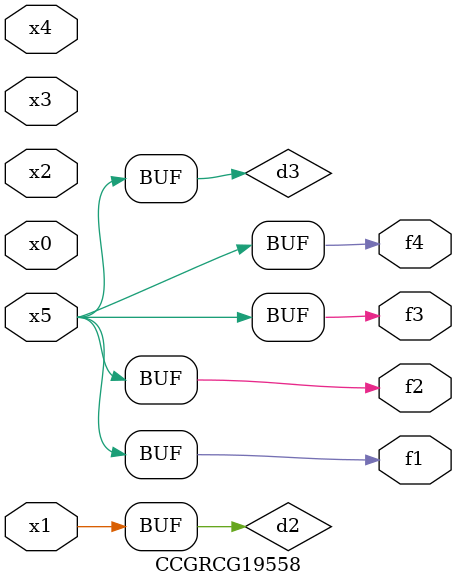
<source format=v>
module CCGRCG19558(
	input x0, x1, x2, x3, x4, x5,
	output f1, f2, f3, f4
);

	wire d1, d2, d3;

	not (d1, x5);
	or (d2, x1);
	xnor (d3, d1);
	assign f1 = d3;
	assign f2 = d3;
	assign f3 = d3;
	assign f4 = d3;
endmodule

</source>
